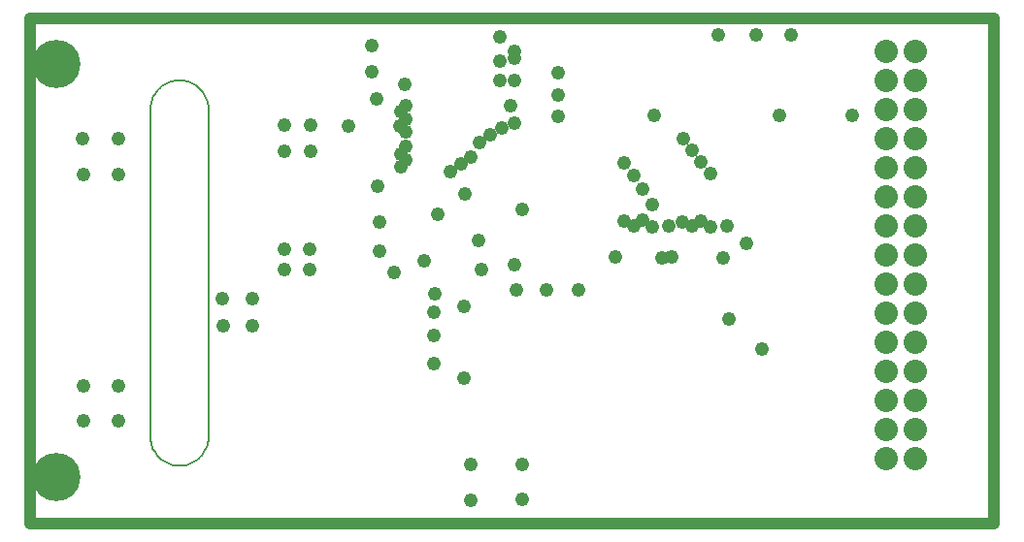
<source format=gbr>
%FSTAX23Y23*%
%MOIN*%
%SFA1B1*%

%IPPOS*%
%ADD13C,0.005000*%
%ADD51C,0.040000*%
%ADD52C,0.080000*%
%ADD53C,0.166000*%
%ADD54C,0.048000*%
%LNmb694-1*%
%LPD*%
G54D13*
X00524Y01263D02*
D01*
X00523Y01269*
X00523Y01276*
X00521Y01283*
X0052Y0129*
X00517Y01297*
X00515Y01303*
X00512Y01309*
X00508Y01315*
X00504Y01321*
X005Y01327*
X00495Y01332*
X0049Y01337*
X00485Y01341*
X00479Y01345*
X00474Y01349*
X00467Y01352*
X00461Y01355*
X00454Y01358*
X00448Y0136*
X00441Y01361*
X00434Y01362*
X00427Y01362*
X0042*
X00413Y01362*
X00406Y01361*
X00399Y0136*
X00393Y01358*
X00386Y01355*
X0038Y01352*
X00373Y01349*
X00368Y01345*
X00362Y01341*
X00357Y01337*
X00352Y01332*
X00347Y01327*
X00343Y01321*
X00339Y01315*
X00335Y01309*
X00332Y01303*
X0033Y01297*
X00327Y0129*
X00326Y01283*
X00324Y01276*
X00324Y01269*
X00324Y01263*
Y00138D02*
D01*
X00324Y00131*
X00324Y00124*
X00326Y00117*
X00327Y0011*
X0033Y00103*
X00332Y00097*
X00335Y00091*
X00339Y00085*
X00343Y00079*
X00347Y00073*
X00352Y00068*
X00357Y00063*
X00362Y00059*
X00368Y00055*
X00374Y00051*
X0038Y00048*
X00386Y00045*
X00393Y00042*
X00399Y0004*
X00406Y00039*
X00413Y00038*
X0042Y00038*
X00427*
X00434Y00038*
X00441Y00039*
X00448Y0004*
X00454Y00042*
X00461Y00045*
X00467Y00048*
X00474Y00051*
X00479Y00055*
X00485Y00059*
X0049Y00063*
X00495Y00068*
X005Y00073*
X00504Y00079*
X00508Y00085*
X00512Y00091*
X00515Y00097*
X00517Y00103*
X0052Y0011*
X00521Y00117*
X00523Y00124*
X00523Y00131*
X00524Y00138*
X-00086Y01573D02*
X03219D01*
X03218Y-00158D02*
X03219Y-00157D01*
Y01573*
X00324Y00138D02*
Y01263D01*
X00524Y00138D02*
Y01258D01*
X-00086Y-00158D02*
Y01573D01*
Y-00158D02*
X03218D01*
G54D51*
X-00089Y-0016D02*
Y01575D01*
X03221*
Y-0016D02*
Y01575D01*
X-00089Y-0016D02*
X03221D01*
G54D52*
X02949Y00063D03*
Y00163D03*
Y00263D03*
Y00363D03*
X02849Y00063D03*
Y00163D03*
Y00263D03*
Y00363D03*
Y01463D03*
X02949Y01363D03*
Y01463D03*
X02849Y01363D03*
X02949Y00463D03*
Y00563D03*
Y00663D03*
Y00763D03*
Y00863D03*
Y00963D03*
Y01063D03*
Y01163D03*
Y01263D03*
X02849Y00463D03*
Y00563D03*
Y00663D03*
Y00763D03*
Y00863D03*
Y00963D03*
Y01063D03*
Y01163D03*
Y01263D03*
G54D53*
X0Y0D03*
D03*
Y01418D03*
G54D54*
X02424Y00438D03*
X02309Y00542D03*
X01579Y00642D03*
X01794Y00643D03*
X01684D03*
X00094Y00313D03*
Y00193D03*
X00214D03*
Y00313D03*
X00674Y00612D03*
X00569D03*
X00674Y00518D03*
X00574D03*
X01084Y01482D03*
Y01392D03*
X01264Y00742D03*
X01112Y00777D03*
X01159Y00702D03*
X01524Y01512D03*
X02274Y01518D03*
X02404D03*
X02524D03*
X00784Y01208D03*
X00874D03*
X00784Y01118D03*
X00874D03*
X01424Y00042D03*
Y-00082D03*
X01599Y00042D03*
Y-00078D03*
X01724Y01388D03*
Y01313D03*
Y01238D03*
X01574Y01463D03*
X02246Y0086D03*
X02214Y00878D03*
X02183Y00862D03*
X02152Y00875D03*
X02046Y0086D03*
Y00935D03*
X02015Y00882D03*
X02014Y00988D03*
X01983Y00862D03*
Y01037D03*
X01952Y0088D03*
Y01078D03*
X01524Y01428D03*
Y01363D03*
X01574Y01438D03*
Y01363D03*
X02246Y01043D03*
X02214Y01083D03*
X02184Y01123D03*
X02154Y01163D03*
X0192Y00754D03*
X02079Y00753D03*
X02115Y00754D03*
X02289Y00753D03*
X01299Y00628D03*
X01296Y00565D03*
X01401Y00585D03*
X01297Y00485D03*
X01296Y0039D03*
X01401Y0034D03*
X01449Y00813D03*
X01574Y00728D03*
X00089Y01162D03*
X00214D03*
X00094Y01038D03*
X00214D03*
X00869Y00782D03*
X00784Y00783D03*
X01459Y00712D03*
X01105Y01D03*
X02369Y00802D03*
X02104Y00863D03*
X02304D03*
X00869Y00712D03*
X00784Y00713D03*
X01198Y01348D03*
X01575Y01215D03*
X0153Y012D03*
X0149Y01175D03*
X01455Y0115D03*
X01425Y011D03*
X0139Y01075D03*
X01355Y0105D03*
X012Y01275D03*
X01183Y01255D03*
X012Y0123D03*
X01181Y01206D03*
X012Y01185D03*
Y01135D03*
X01185Y0111D03*
X011Y013D03*
X01202Y01088D03*
X01185Y01065D03*
X01111Y00876D03*
X01403Y00972D03*
X01599Y0092D03*
X0131Y00902D03*
X0156Y01275D03*
X01004Y01205D03*
X02735Y01242D03*
X02485D03*
X02055D03*
M02*
</source>
